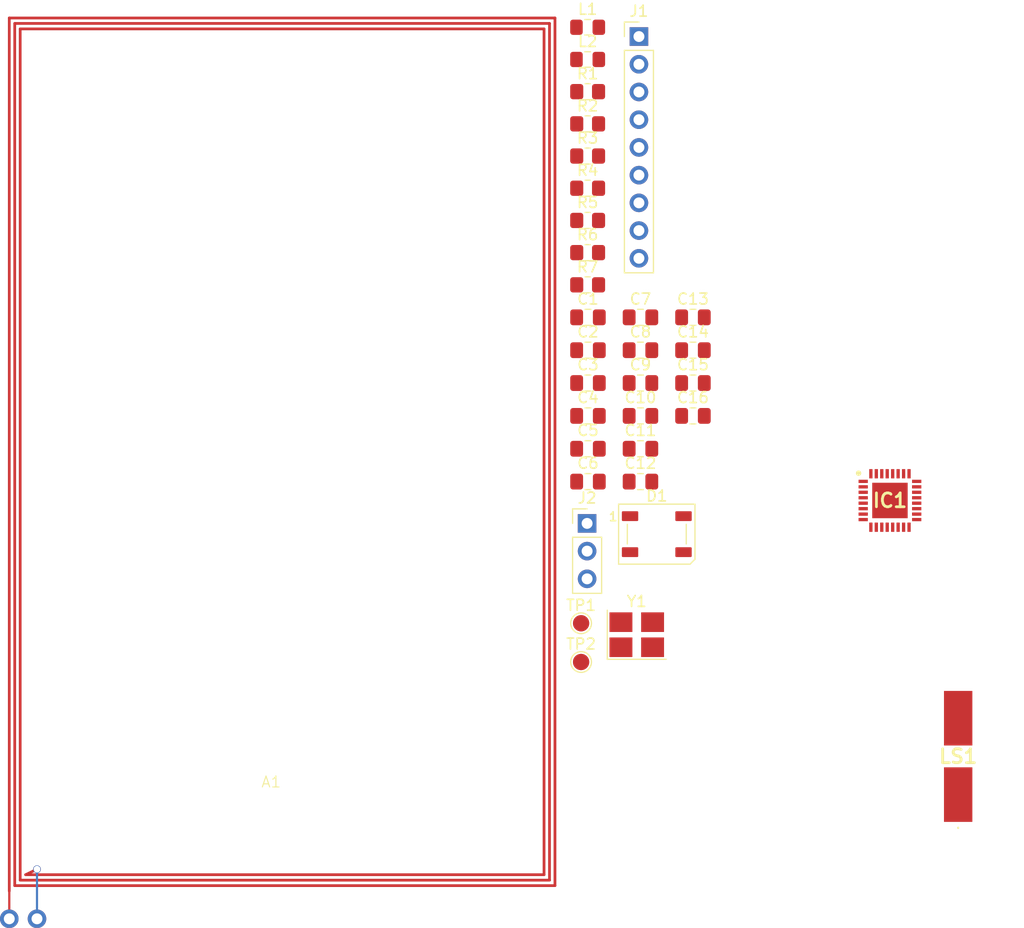
<source format=kicad_pcb>
(kicad_pcb (version 20241229) (generator "pcbnew") (generator_version "9.0")
  (layers (0 "F.Cu" signal) (2 "B.Cu" signal) (13 "F.Paste" user) (15 "B.Paste" user) (5 "F.SilkS" user "F.Silkscreen") (7 "B.SilkS" user "B.Silkscreen") (1 "F.Mask" user) (3 "B.Mask" user) (25 "Edge.Cuts" user))
  (net 0 "")
  (net 14 "Net-(A1-Pad1)")
  (net 15 "Net-(A1-Pad2)")
  (net 16 "GND")
  (net 17 "Net-(C1-Pad1)")
  (net 18 "Net-(C2-Pad2)")
  (net 19 "Net-(C3-Pad2)")
  (net 20 "Net-(C4-Pad2)")
  (net 21 "Net-(C7-Pad2)")
  (net 22 "Net-(IC1-DVDD)")
  (net 23 "Net-(IC1-AVDD)")
  (net 24 "XTAL1")
  (net 25 "+5V")
  (net 26 "+3.3V")
  (net 27 "XTAL2")
  (net 28 "Net-(IC1-RXN)")
  (net 29 "Net-(C15-Pad2)")
  (net 30 "Net-(IC1-RXP)")
  (net 31 "Net-(C16-Pad2)")
  (net 32 "LED Out")
  (net 33 "LED")
  (net 34 "SCK")
  (net 35 "Net-(IC1-TX2)")
  (net 36 "Net-(IC1-TX1)")
  (net 37 "MOSI")
  (net 38 "MISO")
  (net 39 "Net-(IC1-VMID)")
  (net 40 "CS")
  (net 41 "Beeper")
  (footprint "TestPoint:TestPoint_Pad_D1.5mm" (layer "F.Cu") (at 109.45 88.35)
    (property "Reference" "TP2" (at 0 -1.648 0) (layer "F.SilkS"))
    (property "Value" "TestPoint")
    (fp_circle (center 0 0) (end 0 0.95) (stroke (width 0.12)) (fill no) (layer "F.SilkS"))
    (pad "1" smd circle (at 0 0) (size 1.5 1.5) (layers "F.Cu" "F.Mask") (net 15 "Net-(A1-Pad2)"))
  )
  (footprint "Capacitor_SMD:C_0805_2012Metric_Pad1.18x1.45mm_HandSolder" (layer "F.Cu") (at 119.7 56.77)
    (property "Reference" "C13" (at 0 -1.68 0) (layer "F.SilkS"))
    (property "Value" "100nF")
    (fp_line (start -0.261252 -0.735) (end 0.261252 -0.735) (stroke (width 0.12)) (layer "F.SilkS"))
    (fp_line (start -0.261252 0.735) (end 0.261252 0.735) (stroke (width 0.12)) (layer "F.SilkS"))
    (pad "1" smd roundrect (at -1.0375 0) (size 1.175 1.45) (layers "F.Cu" "F.Mask" "F.Paste") (roundrect_rratio 0.212766) (net 26 "+3.3V"))
    (pad "2" smd roundrect (at 1.0375 0) (size 1.175 1.45) (layers "F.Cu" "F.Mask" "F.Paste") (roundrect_rratio 0.212766) (net 16 "GND"))
  )
  (footprint "Inductor_SMD:L_0805_2012Metric_Pad1.15x1.40mm_HandSolder" (layer "F.Cu") (at 110.05 30.19)
    (property "Reference" "L1" (at 0 -1.65 0) (layer "F.SilkS"))
    (property "Value" "470nH")
    (fp_line (start -0.261252 -0.71) (end 0.261252 -0.71) (stroke (width 0.12)) (layer "F.SilkS"))
    (fp_line (start -0.261252 0.71) (end 0.261252 0.71) (stroke (width 0.12)) (layer "F.SilkS"))
    (pad "1" smd roundrect (at -1.025 0) (size 1.15 1.4) (layers "F.Cu" "F.Mask" "F.Paste") (roundrect_rratio 0.217391) (net 35 "Net-(IC1-TX2)"))
    (pad "2" smd roundrect (at 1.025 0) (size 1.15 1.4) (layers "F.Cu" "F.Mask" "F.Paste") (roundrect_rratio 0.217391) (net 18 "Net-(C2-Pad2)"))
  )
  (footprint "Capacitor_SMD:C_0805_2012Metric_Pad1.18x1.45mm_HandSolder" (layer "F.Cu") (at 119.7 59.78)
    (property "Reference" "C14" (at 0 -1.68 0) (layer "F.SilkS"))
    (property "Value" "10pf")
    (fp_line (start -0.261252 -0.735) (end 0.261252 -0.735) (stroke (width 0.12)) (layer "F.SilkS"))
    (fp_line (start -0.261252 0.735) (end 0.261252 0.735) (stroke (width 0.12)) (layer "F.SilkS"))
    (pad "1" smd roundrect (at -1.0375 0) (size 1.175 1.45) (layers "F.Cu" "F.Mask" "F.Paste") (roundrect_rratio 0.212766) (net 16 "GND"))
    (pad "2" smd roundrect (at 1.0375 0) (size 1.175 1.45) (layers "F.Cu" "F.Mask" "F.Paste") (roundrect_rratio 0.212766) (net 27 "XTAL2"))
  )
  (footprint "Capacitor_SMD:C_0805_2012Metric_Pad1.18x1.45mm_HandSolder" (layer "F.Cu") (at 114.89 59.78)
    (property "Reference" "C8" (at 0 -1.68 0) (layer "F.SilkS"))
    (property "Value" "470nF")
    (fp_line (start -0.261252 -0.735) (end 0.261252 -0.735) (stroke (width 0.12)) (layer "F.SilkS"))
    (fp_line (start -0.261252 0.735) (end 0.261252 0.735) (stroke (width 0.12)) (layer "F.SilkS"))
    (pad "1" smd roundrect (at -1.0375 0) (size 1.175 1.45) (layers "F.Cu" "F.Mask" "F.Paste") (roundrect_rratio 0.212766) (net 16 "GND"))
    (pad "2" smd roundrect (at 1.0375 0) (size 1.175 1.45) (layers "F.Cu" "F.Mask" "F.Paste") (roundrect_rratio 0.212766) (net 22 "Net-(IC1-DVDD)"))
  )
  (footprint "Connector_PinHeader_2.54mm:PinHeader_1x03_P2.54mm_Vertical" (layer "F.Cu") (at 110 75.65)
    (property "Reference" "J2" (at 0 -2.33 0) (layer "F.SilkS"))
    (property "Value" "LED Out")
    (fp_line (start -1.33 -1.33) (end 0 -1.33) (stroke (width 0.12)) (layer "F.SilkS"))
    (fp_line (start -1.33 0) (end -1.33 -1.33) (stroke (width 0.12)) (layer "F.SilkS"))
    (fp_line (start -1.33 1.27) (end -1.33 6.41) (stroke (width 0.12)) (layer "F.SilkS"))
    (fp_line (start -1.33 1.27) (end 1.33 1.27) (stroke (width 0.12)) (layer "F.SilkS"))
    (fp_line (start -1.33 6.41) (end 1.33 6.41) (stroke (width 0.12)) (layer "F.SilkS"))
    (fp_line (start 1.33 1.27) (end 1.33 6.41) (stroke (width 0.12)) (layer "F.SilkS"))
    (pad "1" thru_hole rect (at 0 0) (size 1.7 1.7) (drill 1) (layers "*.Cu" "*.Mask") (net 25 "+5V"))
    (pad "2" thru_hole oval (at 0 2.54) (size 1.7 1.7) (drill 1) (layers "*.Cu" "*.Mask") (net 32 "LED Out"))
    (pad "3" thru_hole oval (at 0 5.08) (size 1.7 1.7) (drill 1) (layers "*.Cu" "*.Mask") (net 16 "GND"))
  )
  (footprint "Capacitor_SMD:C_0805_2012Metric_Pad1.18x1.45mm_HandSolder" (layer "F.Cu") (at 110.08 65.8)
    (property "Reference" "C4" (at 0 -1.68 0) (layer "F.SilkS"))
    (property "Value" "34.7pf")
    (fp_line (start -0.261252 -0.735) (end 0.261252 -0.735) (stroke (width 0.12)) (layer "F.SilkS"))
    (fp_line (start -0.261252 0.735) (end 0.261252 0.735) (stroke (width 0.12)) (layer "F.SilkS"))
    (pad "1" smd roundrect (at -1.0375 0) (size 1.175 1.45) (layers "F.Cu" "F.Mask" "F.Paste") (roundrect_rratio 0.212766) (net 18 "Net-(C2-Pad2)"))
    (pad "2" smd roundrect (at 1.0375 0) (size 1.175 1.45) (layers "F.Cu" "F.Mask" "F.Paste") (roundrect_rratio 0.212766) (net 20 "Net-(C4-Pad2)"))
  )
  (footprint "Capacitor_SMD:C_0805_2012Metric_Pad1.18x1.45mm_HandSolder" (layer "F.Cu") (at 114.89 71.82)
    (property "Reference" "C12" (at 0 -1.68 0) (layer "F.SilkS"))
    (property "Value" "1uF")
    (fp_line (start -0.261252 -0.735) (end 0.261252 -0.735) (stroke (width 0.12)) (layer "F.SilkS"))
    (fp_line (start -0.261252 0.735) (end 0.261252 0.735) (stroke (width 0.12)) (layer "F.SilkS"))
    (pad "1" smd roundrect (at -1.0375 0) (size 1.175 1.45) (layers "F.Cu" "F.Mask" "F.Paste") (roundrect_rratio 0.212766) (net 16 "GND"))
    (pad "2" smd roundrect (at 1.0375 0) (size 1.175 1.45) (layers "F.Cu" "F.Mask" "F.Paste") (roundrect_rratio 0.212766) (net 25 "+5V"))
  )
  (footprint "Capacitor_SMD:C_0805_2012Metric_Pad1.18x1.45mm_HandSolder" (layer "F.Cu") (at 119.7 62.79)
    (property "Reference" "C15" (at 0 -1.68 0) (layer "F.SilkS"))
    (property "Value" "1nF")
    (fp_line (start -0.261252 -0.735) (end 0.261252 -0.735) (stroke (width 0.12)) (layer "F.SilkS"))
    (fp_line (start -0.261252 0.735) (end 0.261252 0.735) (stroke (width 0.12)) (layer "F.SilkS"))
    (pad "1" smd roundrect (at -1.0375 0) (size 1.175 1.45) (layers "F.Cu" "F.Mask" "F.Paste") (roundrect_rratio 0.212766) (net 28 "Net-(IC1-RXN)"))
    (pad "2" smd roundrect (at 1.0375 0) (size 1.175 1.45) (layers "F.Cu" "F.Mask" "F.Paste") (roundrect_rratio 0.212766) (net 29 "Net-(C15-Pad2)"))
  )
  (footprint "CLRC663:CMT1075SMTTR" (layer "F.Cu") (at 144 97)
    (property "Reference" "LS1" (at 0 0 0) (layer "F.SilkS") (effects (font (size 1.27 1.27) (thickness 0.254))))
    (property "Value" "CMT-1075-SMT-TR" (hide yes))
    (fp_line (start 0 6.5) (end 0 6.5) (stroke (width 0.1)) (layer "F.SilkS"))
    (fp_line (start 0 6.6) (end 0 6.6) (stroke (width 0.1)) (layer "F.SilkS"))
    (fp_arc (start 0 6.5) (mid 0.05 6.55) (end 0 6.6) (stroke (width 0.1)) (layer "F.SilkS"))
    (fp_arc (start 0 6.6) (mid -0.05 6.55) (end 0 6.5) (stroke (width 0.1)) (layer "F.SilkS"))
    (pad "1" smd rect (at 0 3.5) (size 2.6 5) (layers "F.Cu" "F.Mask" "F.Paste") (net 41 "Beeper"))
    (pad "2" smd rect (at 0 -3.5) (size 2.6 5) (layers "F.Cu" "F.Mask" "F.Paste") (net 16 "GND"))
  )
  (footprint "Resistor_SMD:R_0805_2012Metric_Pad1.20x1.40mm_HandSolder" (layer "F.Cu") (at 110.05 50.84)
    (property "Reference" "R6" (at 0 -1.65 0) (layer "F.SilkS"))
    (property "Value" "1k")
    (fp_line (start -0.227064 -0.735) (end 0.227064 -0.735) (stroke (width 0.12)) (layer "F.SilkS"))
    (fp_line (start -0.227064 0.735) (end 0.227064 0.735) (stroke (width 0.12)) (layer "F.SilkS"))
    (pad "1" smd roundrect (at -1 0) (size 1.2 1.4) (layers "F.Cu" "F.Mask" "F.Paste") (roundrect_rratio 0.208333) (net 30 "Net-(IC1-RXP)"))
    (pad "2" smd roundrect (at 1 0) (size 1.2 1.4) (layers "F.Cu" "F.Mask" "F.Paste") (roundrect_rratio 0.208333) (net 39 "Net-(IC1-VMID)"))
  )
  (footprint "Resistor_SMD:R_0805_2012Metric_Pad1.20x1.40mm_HandSolder" (layer "F.Cu") (at 110.05 44.94)
    (property "Reference" "R4" (at 0 -1.65 0) (layer "F.SilkS"))
    (property "Value" "1k")
    (fp_line (start -0.227064 -0.735) (end 0.227064 -0.735) (stroke (width 0.12)) (layer "F.SilkS"))
    (fp_line (start -0.227064 0.735) (end 0.227064 0.735) (stroke (width 0.12)) (layer "F.SilkS"))
    (pad "1" smd roundrect (at -1 0) (size 1.2 1.4) (layers "F.Cu" "F.Mask" "F.Paste") (roundrect_rratio 0.208333) (net 28 "Net-(IC1-RXN)"))
    (pad "2" smd roundrect (at 1 0) (size 1.2 1.4) (layers "F.Cu" "F.Mask" "F.Paste") (roundrect_rratio 0.208333) (net 39 "Net-(IC1-VMID)"))
  )
  (footprint "Resistor_SMD:R_0805_2012Metric_Pad1.20x1.40mm_HandSolder" (layer "F.Cu") (at 110.05 41.99)
    (property "Reference" "R3" (at 0 -1.65 0) (layer "F.SilkS"))
    (property "Value" "2.224")
    (fp_line (start -0.227064 -0.735) (end 0.227064 -0.735) (stroke (width 0.12)) (layer "F.SilkS"))
    (fp_line (start -0.227064 0.735) (end 0.227064 0.735) (stroke (width 0.12)) (layer "F.SilkS"))
    (pad "1" smd roundrect (at -1 0) (size 1.2 1.4) (layers "F.Cu" "F.Mask" "F.Paste") (roundrect_rratio 0.208333) (net 21 "Net-(C7-Pad2)"))
    (pad "2" smd roundrect (at 1 0) (size 1.2 1.4) (layers "F.Cu" "F.Mask" "F.Paste") (roundrect_rratio 0.208333) (net 14 "Net-(A1-Pad1)"))
  )
  (footprint "Capacitor_SMD:C_0805_2012Metric_Pad1.18x1.45mm_HandSolder" (layer "F.Cu") (at 110.08 59.78)
    (property "Reference" "C2" (at 0 -1.68 0) (layer "F.SilkS"))
    (property "Value" "122.2pf")
    (fp_line (start -0.261252 -0.735) (end 0.261252 -0.735) (stroke (width 0.12)) (layer "F.SilkS"))
    (fp_line (start -0.261252 0.735) (end 0.261252 0.735) (stroke (width 0.12)) (layer "F.SilkS"))
    (pad "1" smd roundrect (at -1.0375 0) (size 1.175 1.45) (layers "F.Cu" "F.Mask" "F.Paste") (roundrect_rratio 0.212766) (net 16 "GND"))
    (pad "2" smd roundrect (at 1.0375 0) (size 1.175 1.45) (layers "F.Cu" "F.Mask" "F.Paste") (roundrect_rratio 0.212766) (net 18 "Net-(C2-Pad2)"))
  )
  (footprint "Capacitor_SMD:C_0805_2012Metric_Pad1.18x1.45mm_HandSolder" (layer "F.Cu") (at 119.7 65.8)
    (property "Reference" "C16" (at 0 -1.68 0) (layer "F.SilkS"))
    (property "Value" "1nF")
    (fp_line (start -0.261252 -0.735) (end 0.261252 -0.735) (stroke (width 0.12)) (layer "F.SilkS"))
    (fp_line (start -0.261252 0.735) (end 0.261252 0.735) (stroke (width 0.12)) (layer "F.SilkS"))
    (pad "1" smd roundrect (at -1.0375 0) (size 1.175 1.45) (layers "F.Cu" "F.Mask" "F.Paste") (roundrect_rratio 0.212766) (net 30 "Net-(IC1-RXP)"))
    (pad "2" smd roundrect (at 1.0375 0) (size 1.175 1.45) (layers "F.Cu" "F.Mask" "F.Paste") (roundrect_rratio 0.212766) (net 31 "Net-(C16-Pad2)"))
  )
  (footprint "LED_SMD:LED_WS2812B_PLCC4_5.0x5.0mm_P3.2mm" (layer "F.Cu") (at 116.385 76.635)
    (property "Reference" "D1" (at 0 -3.5 0) (layer "F.SilkS"))
    (property "Value" "WS2812B")
    (fp_line (start -3.5 -2.75) (end -3.5 2.75) (stroke (width 0.12)) (layer "F.SilkS"))
    (fp_line (start -3.5 -2.75) (end 3.5 -2.75) (stroke (width 0.12)) (layer "F.SilkS"))
    (fp_line (start -3.5 2.75) (end 3.05 2.75) (stroke (width 0.12)) (layer "F.SilkS"))
    (fp_line (start -2.7 0.9) (end -2.7 -0.9) (stroke (width 0.12)) (layer "F.SilkS"))
    (fp_line (start 2.7 0.9) (end 2.7 -0.9) (stroke (width 0.12)) (layer "F.SilkS"))
    (fp_line (start 3.05 2.75) (end 3.5 2.3) (stroke (width 0.12)) (layer "F.SilkS"))
    (fp_line (start 3.5 2.3) (end 3.5 -2.75) (stroke (width 0.12)) (layer "F.SilkS"))
    (fp_text user "1" (at -4 -1.6 0) (layer "F.SilkS") (effects (font (size 0.8 0.8))))
    (pad "1" smd roundrect (at -2.45 -1.65) (size 1.5 0.9) (layers "F.Cu" "F.Mask" "F.Paste") (roundrect_rratio 0.1) (net 25 "+5V"))
    (pad "2" smd roundrect (at -2.45 1.65) (size 1.5 0.9) (layers "F.Cu" "F.Mask" "F.Paste") (roundrect_rratio 0.1) (net 32 "LED Out"))
    (pad "3" smd roundrect (at 2.45 1.65) (size 1.5 0.9) (layers "F.Cu" "F.Mask" "F.Paste") (roundrect_rratio 0.1) (net 16 "GND"))
    (pad "4" smd roundrect (at 2.45 -1.65) (size 1.5 0.9) (layers "F.Cu" "F.Mask" "F.Paste") (roundrect_rratio 0.1) (net 33 "LED"))
  )
  (footprint "Capacitor_SMD:C_0805_2012Metric_Pad1.18x1.45mm_HandSolder" (layer "F.Cu") (at 114.89 62.79)
    (property "Reference" "C9" (at 0 -1.68 0) (layer "F.SilkS"))
    (property "Value" "470nF")
    (fp_line (start -0.261252 -0.735) (end 0.261252 -0.735) (stroke (width 0.12)) (layer "F.SilkS"))
    (fp_line (start -0.261252 0.735) (end 0.261252 0.735) (stroke (width 0.12)) (layer "F.SilkS"))
    (pad "1" smd roundrect (at -1.0375 0) (size 1.175 1.45) (layers "F.Cu" "F.Mask" "F.Paste") (roundrect_rratio 0.212766) (net 23 "Net-(IC1-AVDD)"))
    (pad "2" smd roundrect (at 1.0375 0) (size 1.175 1.45) (layers "F.Cu" "F.Mask" "F.Paste") (roundrect_rratio 0.212766) (net 16 "GND"))
  )
  (footprint "Capacitor_SMD:C_0805_2012Metric_Pad1.18x1.45mm_HandSolder" (layer "F.Cu") (at 114.89 56.77)
    (property "Reference" "C7" (at 0 -1.68 0) (layer "F.SilkS"))
    (property "Value" "2.1pf")
    (fp_line (start -0.261252 -0.735) (end 0.261252 -0.735) (stroke (width 0.12)) (layer "F.SilkS"))
    (fp_line (start -0.261252 0.735) (end 0.261252 0.735) (stroke (width 0.12)) (layer "F.SilkS"))
    (pad "1" smd roundrect (at -1.0375 0) (size 1.175 1.45) (layers "F.Cu" "F.Mask" "F.Paste") (roundrect_rratio 0.212766) (net 15 "Net-(A1-Pad2)"))
    (pad "2" smd roundrect (at 1.0375 0) (size 1.175 1.45) (layers "F.Cu" "F.Mask" "F.Paste") (roundrect_rratio 0.212766) (net 21 "Net-(C7-Pad2)"))
  )
  (footprint "Capacitor_SMD:C_0805_2012Metric_Pad1.18x1.45mm_HandSolder" (layer "F.Cu") (at 110.08 68.81)
    (property "Reference" "C5" (at 0 -1.68 0) (layer "F.SilkS"))
    (property "Value" "108.7pf")
    (fp_line (start -0.261252 -0.735) (end 0.261252 -0.735) (stroke (width 0.12)) (layer "F.SilkS"))
    (fp_line (start -0.261252 0.735) (end 0.261252 0.735) (stroke (width 0.12)) (layer "F.SilkS"))
    (pad "1" smd roundrect (at -1.0375 0) (size 1.175 1.45) (layers "F.Cu" "F.Mask" "F.Paste") (roundrect_rratio 0.212766) (net 16 "GND"))
    (pad "2" smd roundrect (at 1.0375 0) (size 1.175 1.45) (layers "F.Cu" "F.Mask" "F.Paste") (roundrect_rratio 0.212766) (net 19 "Net-(C3-Pad2)"))
  )
  (footprint "Resistor_SMD:R_0805_2012Metric_Pad1.20x1.40mm_HandSolder" (layer "F.Cu") (at 110.05 53.79)
    (property "Reference" "R7" (at 0 -1.65 0) (layer "F.SilkS"))
    (property "Value" "12k")
    (fp_line (start -0.227064 -0.735) (end 0.227064 -0.735) (stroke (width 0.12)) (layer "F.SilkS"))
    (fp_line (start -0.227064 0.735) (end 0.227064 0.735) (stroke (width 0.12)) (layer "F.SilkS"))
    (pad "1" smd roundrect (at -1 0) (size 1.2 1.4) (layers "F.Cu" "F.Mask" "F.Paste") (roundrect_rratio 0.208333) (net 31 "Net-(C16-Pad2)"))
    (pad "2" smd roundrect (at 1 0) (size 1.2 1.4) (layers "F.Cu" "F.Mask" "F.Paste") (roundrect_rratio 0.208333) (net 18 "Net-(C2-Pad2)"))
  )
  (footprint "Resistor_SMD:R_0805_2012Metric_Pad1.20x1.40mm_HandSolder" (layer "F.Cu") (at 110.05 47.89)
    (property "Reference" "R5" (at 0 -1.65 0) (layer "F.SilkS"))
    (property "Value" "12k")
    (fp_line (start -0.227064 -0.735) (end 0.227064 -0.735) (stroke (width 0.12)) (layer "F.SilkS"))
    (fp_line (start -0.227064 0.735) (end 0.227064 0.735) (stroke (width 0.12)) (layer "F.SilkS"))
    (pad "1" smd roundrect (at -1 0) (size 1.2 1.4) (layers "F.Cu" "F.Mask" "F.Paste") (roundrect_rratio 0.208333) (net 29 "Net-(C15-Pad2)"))
    (pad "2" smd roundrect (at 1 0) (size 1.2 1.4) (layers "F.Cu" "F.Mask" "F.Paste") (roundrect_rratio 0.208333) (net 17 "Net-(C1-Pad1)"))
  )
  (footprint "TestPoint:TestPoint_Pad_D1.5mm" (layer "F.Cu") (at 109.45 84.8)
    (property "Reference" "TP1" (at 0 -1.648 0) (layer "F.SilkS"))
    (property "Value" "TestPoint")
    (fp_circle (center 0 0) (end 0 0.95) (stroke (width 0.12)) (fill no) (layer "F.SilkS"))
    (pad "1" smd circle (at 0 0) (size 1.5 1.5) (layers "F.Cu" "F.Mask") (net 14 "Net-(A1-Pad1)"))
  )
  (footprint "Inductor_SMD:L_0805_2012Metric_Pad1.15x1.40mm_HandSolder" (layer "F.Cu") (at 110.05 33.14)
    (property "Reference" "L2" (at 0 -1.65 0) (layer "F.SilkS"))
    (property "Value" "470nH")
    (fp_line (start -0.261252 -0.71) (end 0.261252 -0.71) (stroke (width 0.12)) (layer "F.SilkS"))
    (fp_line (start -0.261252 0.71) (end 0.261252 0.71) (stroke (width 0.12)) (layer "F.SilkS"))
    (pad "1" smd roundrect (at -1.025 0) (size 1.15 1.4) (layers "F.Cu" "F.Mask" "F.Paste") (roundrect_rratio 0.217391) (net 36 "Net-(IC1-TX1)"))
    (pad "2" smd roundrect (at 1.025 0) (size 1.15 1.4) (layers "F.Cu" "F.Mask" "F.Paste") (roundrect_rratio 0.217391) (net 17 "Net-(C1-Pad1)"))
  )
  (footprint "Crystal:Crystal_SMD_3225-4Pin_3.2x2.5mm_HandSoldering" (layer "F.Cu") (at 114.55 85.85)
    (property "Reference" "Y1" (at 0 -3.05 0) (layer "F.SilkS"))
    (property "Value" "27.12MHz")
    (fp_line (start -2.7 -2.25) (end -2.7 2.25) (stroke (width 0.12)) (layer "F.SilkS"))
    (fp_line (start -2.7 2.25) (end 2.7 2.25) (stroke (width 0.12)) (layer "F.SilkS"))
    (pad "1" smd rect (at -1.45 1.15) (size 2.1 1.8) (layers "F.Cu" "F.Mask" "F.Paste") (net 24 "XTAL1"))
    (pad "2" smd rect (at 1.45 1.15) (size 2.1 1.8) (layers "F.Cu" "F.Mask" "F.Paste") (net 27 "XTAL2"))
    (pad "3" smd rect (at 1.45 -1.15) (size 2.1 1.8) (layers "F.Cu" "F.Mask" "F.Paste"))
    (pad "4" smd rect (at -1.45 -1.15) (size 2.1 1.8) (layers "F.Cu" "F.Mask" "F.Paste"))
  )
  (footprint "Capacitor_SMD:C_0805_2012Metric_Pad1.18x1.45mm_HandSolder" (layer "F.Cu") (at 110.08 71.82)
    (property "Reference" "C6" (at 0 -1.68 0) (layer "F.SilkS"))
    (property "Value" "108.7pf")
    (fp_line (start -0.261252 -0.735) (end 0.261252 -0.735) (stroke (width 0.12)) (layer "F.SilkS"))
    (fp_line (start -0.261252 0.735) (end 0.261252 0.735) (stroke (width 0.12)) (layer "F.SilkS"))
    (pad "1" smd roundrect (at -1.0375 0) (size 1.175 1.45) (layers "F.Cu" "F.Mask" "F.Paste") (roundrect_rratio 0.212766) (net 20 "Net-(C4-Pad2)"))
    (pad "2" smd roundrect (at 1.0375 0) (size 1.175 1.45) (layers "F.Cu" "F.Mask" "F.Paste") (roundrect_rratio 0.212766) (net 16 "GND"))
  )
  (footprint "Resistor_SMD:R_0805_2012Metric_Pad1.20x1.40mm_HandSolder" (layer "F.Cu") (at 110.05 39.04)
    (property "Reference" "R2" (at 0 -1.65 0) (layer "F.SilkS"))
    (property "Value" "1.03")
    (fp_line (start -0.227064 -0.735) (end 0.227064 -0.735) (stroke (width 0.12)) (layer "F.SilkS"))
    (fp_line (start -0.227064 0.735) (end 0.227064 0.735) (stroke (width 0.12)) (layer "F.SilkS"))
    (pad "1" smd roundrect (at -1 0) (size 1.2 1.4) (layers "F.Cu" "F.Mask" "F.Paste") (roundrect_rratio 0.208333) (net 20 "Net-(C4-Pad2)"))
    (pad "2" smd roundrect (at 1 0) (size 1.2 1.4) (layers "F.Cu" "F.Mask" "F.Paste") (roundrect_rratio 0.208333) (net 15 "Net-(A1-Pad2)"))
  )
  (footprint "Heimdall:Anetnna_50x80" (layer "F.Cu") (at 57.055 109.34)
    (property "Reference" "A1" (at 24 -10 0) (layer "F.SilkS") (effects (font (thickness 0.1))))
    (property "Value" "~")
    (fp_line (start 0 -80) (end 50 -80) (stroke (width 0.25)) (layer "F.Cu"))
    (fp_line (start 0 0) (end 0 -80) (stroke (width 0.25)) (layer "F.Cu"))
    (fp_line (start 0 0) (end 0 2.54) (stroke (width 0.2)) (layer "F.Cu"))
    (fp_line (start 0.5 -79.5) (end 49.5 -79.5) (stroke (width 0.25)) (layer "F.Cu"))
    (fp_line (start 0.5 -0.5) (end 0.5 -79.5) (stroke (width 0.25)) (layer "F.Cu"))
    (fp_line (start 1 -79) (end 49 -79) (stroke (width 0.25)) (layer "F.Cu"))
    (fp_line (start 1 -1) (end 1 -79) (stroke (width 0.25)) (layer "F.Cu"))
    (fp_line (start 2.54 -2) (end 1.5 -1.5) (stroke (width 0.25)) (layer "F.Cu"))
    (fp_line (start 49 -79) (end 49 -1.5) (stroke (width 0.25)) (layer "F.Cu"))
    (fp_line (start 49 -1.5) (end 1.5 -1.5) (stroke (width 0.25)) (layer "F.Cu"))
    (fp_line (start 49.5 -79.5) (end 49.5 -1) (stroke (width 0.25)) (layer "F.Cu"))
    (fp_line (start 49.5 -1) (end 1 -1) (stroke (width 0.25)) (layer "F.Cu"))
    (fp_line (start 50 -80) (end 50 -0.5) (stroke (width 0.25)) (layer "F.Cu"))
    (fp_line (start 50 -0.5) (end 0.5 -0.5) (stroke (width 0.25)) (layer "F.Cu"))
    (fp_line (start 2.54 -2) (end 2.54 2.54) (stroke (width 0.2)) (layer "B.Cu"))
    (pad "1" thru_hole oval (at 0 2.54) (size 1.7 1.7) (drill 1) (layers "*.Cu" "*.Mask") (net 14 "Net-(A1-Pad1)"))
    (pad "1" thru_hole oval (at 2.54 2.54) (size 1.7 1.7) (drill 1) (layers "*.Cu" "*.Mask") (net 14 "Net-(A1-Pad1)"))
    (pad "2" thru_hole oval (at 2.54 -2) (size 0.7 0.7) (drill 0.6) (layers "*.Cu" "*.Mask") (net 15 "Net-(A1-Pad2)"))
  )
  (footprint "Capacitor_SMD:C_0805_2012Metric_Pad1.18x1.45mm_HandSolder" (layer "F.Cu") (at 110.08 56.77)
    (property "Reference" "C1" (at 0 -1.68 0) (layer "F.SilkS"))
    (property "Value" "122.2pf")
    (fp_line (start -0.261252 -0.735) (end 0.261252 -0.735) (stroke (width 0.12)) (layer "F.SilkS"))
    (fp_line (start -0.261252 0.735) (end 0.261252 0.735) (stroke (width 0.12)) (layer "F.SilkS"))
    (pad "1" smd roundrect (at -1.0375 0) (size 1.175 1.45) (layers "F.Cu" "F.Mask" "F.Paste") (roundrect_rratio 0.212766) (net 17 "Net-(C1-Pad1)"))
    (pad "2" smd roundrect (at 1.0375 0) (size 1.175 1.45) (layers "F.Cu" "F.Mask" "F.Paste") (roundrect_rratio 0.212766) (net 16 "GND"))
  )
  (footprint "Capacitor_SMD:C_0805_2012Metric_Pad1.18x1.45mm_HandSolder" (layer "F.Cu") (at 110.08 62.79)
    (property "Reference" "C3" (at 0 -1.68 0) (layer "F.SilkS"))
    (property "Value" "34.7pf")
    (fp_line (start -0.261252 -0.735) (end 0.261252 -0.735) (stroke (width 0.12)) (layer "F.SilkS"))
    (fp_line (start -0.261252 0.735) (end 0.261252 0.735) (stroke (width 0.12)) (layer "F.SilkS"))
    (pad "1" smd roundrect (at -1.0375 0) (size 1.175 1.45) (layers "F.Cu" "F.Mask" "F.Paste") (roundrect_rratio 0.212766) (net 17 "Net-(C1-Pad1)"))
    (pad "2" smd roundrect (at 1.0375 0) (size 1.175 1.45) (layers "F.Cu" "F.Mask" "F.Paste") (roundrect_rratio 0.212766) (net 19 "Net-(C3-Pad2)"))
  )
  (footprint "Capacitor_SMD:C_0805_2012Metric_Pad1.18x1.45mm_HandSolder" (layer "F.Cu") (at 114.89 65.8)
    (property "Reference" "C10" (at 0 -1.68 0) (layer "F.SilkS"))
    (property "Value" "10pf")
    (fp_line (start -0.261252 -0.735) (end 0.261252 -0.735) (stroke (width 0.12)) (layer "F.SilkS"))
    (fp_line (start -0.261252 0.735) (end 0.261252 0.735) (stroke (width 0.12)) (layer "F.SilkS"))
    (pad "1" smd roundrect (at -1.0375 0) (size 1.175 1.45) (layers "F.Cu" "F.Mask" "F.Paste") (roundrect_rratio 0.212766) (net 24 "XTAL1"))
    (pad "2" smd roundrect (at 1.0375 0) (size 1.175 1.45) (layers "F.Cu" "F.Mask" "F.Paste") (roundrect_rratio 0.212766) (net 16 "GND"))
  )
  (footprint "Capacitor_SMD:C_0805_2012Metric_Pad1.18x1.45mm_HandSolder" (layer "F.Cu") (at 114.89 68.81)
    (property "Reference" "C11" (at 0 -1.68 0) (layer "F.SilkS"))
    (property "Value" "100nF")
    (fp_line (start -0.261252 -0.735) (end 0.261252 -0.735) (stroke (width 0.12)) (layer "F.SilkS"))
    (fp_line (start -0.261252 0.735) (end 0.261252 0.735) (stroke (width 0.12)) (layer "F.SilkS"))
    (pad "1" smd roundrect (at -1.0375 0) (size 1.175 1.45) (layers "F.Cu" "F.Mask" "F.Paste") (roundrect_rratio 0.212766) (net 25 "+5V"))
    (pad "2" smd roundrect (at 1.0375 0) (size 1.175 1.45) (layers "F.Cu" "F.Mask" "F.Paste") (roundrect_rratio 0.212766) (net 16 "GND"))
  )
  (footprint "Resistor_SMD:R_0805_2012Metric_Pad1.20x1.40mm_HandSolder" (layer "F.Cu") (at 110.05 36.09)
    (property "Reference" "R1" (at 0 -1.65 0) (layer "F.SilkS"))
    (property "Value" "1.03")
    (fp_line (start -0.227064 -0.735) (end 0.227064 -0.735) (stroke (width 0.12)) (layer "F.SilkS"))
    (fp_line (start -0.227064 0.735) (end 0.227064 0.735) (stroke (width 0.12)) (layer "F.SilkS"))
    (pad "1" smd roundrect (at -1 0) (size 1.2 1.4) (layers "F.Cu" "F.Mask" "F.Paste") (roundrect_rratio 0.208333) (net 19 "Net-(C3-Pad2)"))
    (pad "2" smd roundrect (at 1 0) (size 1.2 1.4) (layers "F.Cu" "F.Mask" "F.Paste") (roundrect_rratio 0.208333) (net 21 "Net-(C7-Pad2)"))
  )
  (footprint "Connector_PinHeader_2.54mm:PinHeader_1x09_P2.54mm_Vertical" (layer "F.Cu") (at 114.75 31.04)
    (property "Reference" "J1" (at 0 -2.33 0) (layer "F.SilkS"))
    (property "Value" "Motherboard")
    (fp_line (start -1.33 -1.33) (end 0 -1.33) (stroke (width 0.12)) (layer "F.SilkS"))
    (fp_line (start -1.33 0) (end -1.33 -1.33) (stroke (width 0.12)) (layer "F.SilkS"))
    (fp_line (start -1.33 1.27) (end -1.33 21.65) (stroke (width 0.12)) (layer "F.SilkS"))
    (fp_line (start -1.33 1.27) (end 1.33 1.27) (stroke (width 0.12)) (layer "F.SilkS"))
    (fp_line (start -1.33 21.65) (end 1.33 21.65) (stroke (width 0.12)) (layer "F.SilkS"))
    (fp_line (start 1.33 1.27) (end 1.33 21.65) (stroke (width 0.12)) (layer "F.SilkS"))
    (pad "1" thru_hole rect (at 0 0) (size 1.7 1.7) (drill 1) (layers "*.Cu" "*.Mask") (net 25 "+5V"))
    (pad "2" thru_hole oval (at 0 2.54) (size 1.7 1.7) (drill 1) (layers "*.Cu" "*.Mask") (net 26 "+3.3V"))
    (pad "3" thru_hole oval (at 0 5.08) (size 1.7 1.7) (drill 1) (layers "*.Cu" "*.Mask") (net 16 "GND"))
    (pad "4" thru_hole oval (at 0 7.62) (size 1.7 1.7) (drill 1) (layers "*.Cu" "*.Mask") (net 40 "CS"))
    (pad "5" thru_hole oval (at 0 10.16) (size 1.7 1.7) (drill 1) (layers "*.Cu" "*.Mask") (net 34 "SCK"))
    (pad "6" thru_hole oval (at 0 12.7) (size 1.7 1.7) (drill 1) (layers "*.Cu" "*.Mask") (net 37 "MOSI"))
    (pad "7" thru_hole oval (at 0 15.24) (size 1.7 1.7) (drill 1) (layers "*.Cu" "*.Mask") (net 38 "MISO"))
    (pad "8" thru_hole oval (at 0 17.78) (size 1.7 1.7) (drill 1) (layers "*.Cu" "*.Mask") (net 33 "LED"))
    (pad "9" thru_hole oval (at 0 20.32) (size 1.7 1.7) (drill 1) (layers "*.Cu" "*.Mask") (net 41 "Beeper"))
  )
  (footprint "CLRC663:QFN50P500X500X100-33N" (layer "F.Cu") (at 137.75 73.55)
    (property "Reference" "IC1" (at 0 0 0) (layer "F.SilkS") (effects (font (size 1.27 1.27) (thickness 0.254))))
    (property "Value" "CLRC66303HNY" (hide yes))
    (fp_circle (center -2.875 -2.5) (end -2.875 -2.375) (stroke (width 0.25)) (fill no) (layer "F.SilkS"))
    (pad "1" smd rect (at -2.45 -1.75 90) (size 0.3 0.85) (layers "F.Cu" "F.Mask" "F.Paste"))
    (pad "2" smd rect (at -2.45 -1.25 90) (size 0.3 0.85) (layers "F.Cu" "F.Mask" "F.Paste"))
    (pad "3" smd rect (at -2.45 -0.75 90) (size 0.3 0.85) (layers "F.Cu" "F.Mask" "F.Paste"))
    (pad "4" smd rect (at -2.45 -0.25 90) (size 0.3 0.85) (layers "F.Cu" "F.Mask" "F.Paste"))
    (pad "5" smd rect (at -2.45 0.25 90) (size 0.3 0.85) (layers "F.Cu" "F.Mask" "F.Paste"))
    (pad "6" smd rect (at -2.45 0.75 90) (size 0.3 0.85) (layers "F.Cu" "F.Mask" "F.Paste"))
    (pad "7" smd rect (at -2.45 1.25 90) (size 0.3 0.85) (layers "F.Cu" "F.Mask" "F.Paste") (net 22 "Net-(IC1-DVDD)"))
    (pad "8" smd rect (at -2.45 1.75 90) (size 0.3 0.85) (layers "F.Cu" "F.Mask" "F.Paste") (net 26 "+3.3V"))
    (pad "9" smd rect (at -1.75 2.45) (size 0.3 0.85) (layers "F.Cu" "F.Mask" "F.Paste") (net 23 "Net-(IC1-AVDD)"))
    (pad "10" smd rect (at -1.25 2.45) (size 0.3 0.85) (layers "F.Cu" "F.Mask" "F.Paste"))
    (pad "11" smd rect (at -0.75 2.45) (size 0.3 0.85) (layers "F.Cu" "F.Mask" "F.Paste"))
    (pad "12" smd rect (at -0.25 2.45) (size 0.3 0.85) (layers "F.Cu" "F.Mask" "F.Paste") (net 30 "Net-(IC1-RXP)"))
    (pad "13" smd rect (at 0.25 2.45) (size 0.3 0.85) (layers "F.Cu" "F.Mask" "F.Paste") (net 28 "Net-(IC1-RXN)"))
    (pad "14" smd rect (at 0.75 2.45) (size 0.3 0.85) (layers "F.Cu" "F.Mask" "F.Paste") (net 39 "Net-(IC1-VMID)"))
    (pad "15" smd rect (at 1.25 2.45) (size 0.3 0.85) (layers "F.Cu" "F.Mask" "F.Paste") (net 35 "Net-(IC1-TX2)"))
    (pad "16" smd rect (at 1.75 2.45) (size 0.3 0.85) (layers "F.Cu" "F.Mask" "F.Paste") (net 16 "GND"))
    (pad "17" smd rect (at 2.45 1.75 90) (size 0.3 0.85) (layers "F.Cu" "F.Mask" "F.Paste") (net 36 "Net-(IC1-TX1)"))
    (pad "18" smd rect (at 2.45 1.25 90) (size 0.3 0.85) (layers "F.Cu" "F.Mask" "F.Paste") (net 25 "+5V"))
    (pad "19" smd rect (at 2.45 0.75 90) (size 0.3 0.85) (layers "F.Cu" "F.Mask" "F.Paste") (net 24 "XTAL1"))
    (pad "20" smd rect (at 2.45 0.25 90) (size 0.3 0.85) (layers "F.Cu" "F.Mask" "F.Paste") (net 27 "XTAL2"))
    (pad "21" smd rect (at 2.45 -0.25 90) (size 0.3 0.85) (layers "F.Cu" "F.Mask" "F.Paste"))
    (pad "22" smd rect (at 2.45 -0.75 90) (size 0.3 0.85) (layers "F.Cu" "F.Mask" "F.Paste"))
    (pad "23" smd rect (at 2.45 -1.25 90) (size 0.3 0.85) (layers "F.Cu" "F.Mask" "F.Paste"))
    (pad "24" smd rect (at 2.45 -1.75 90) (size 0.3 0.85) (layers "F.Cu" "F.Mask" "F.Paste"))
    (pad "25" smd rect (at 1.75 -2.45) (size 0.3 0.85) (layers "F.Cu" "F.Mask" "F.Paste") (net 26 "+3.3V"))
    (pad "26" smd rect (at 1.25 -2.45) (size 0.3 0.85) (layers "F.Cu" "F.Mask" "F.Paste") (net 16 "GND"))
    (pad "27" smd rect (at 0.75 -2.45) (size 0.3 0.85) (layers "F.Cu" "F.Mask" "F.Paste") (net 26 "+3.3V"))
    (pad "28" smd rect (at 0.25 -2.45) (size 0.3 0.85) (layers "F.Cu" "F.Mask" "F.Paste") (net 37 "MOSI"))
    (pad "29" smd rect (at -0.25 -2.45) (size 0.3 0.85) (layers "F.Cu" "F.Mask" "F.Paste") (net 34 "SCK"))
    (pad "30" smd rect (at -0.75 -2.45) (size 0.3 0.85) (layers "F.Cu" "F.Mask" "F.Paste") (net 38 "MISO"))
    (pad "31" smd rect (at -1.25 -2.45) (size 0.3 0.85) (layers "F.Cu" "F.Mask" "F.Paste") (net 40 "CS"))
    (pad "32" smd rect (at -1.75 -2.45) (size 0.3 0.85) (layers "F.Cu" "F.Mask" "F.Paste"))
    (pad "33" smd rect (at 0 0) (size 3.25 3.25) (layers "F.Cu" "F.Mask" "F.Paste") (net 16 "GND"))
  )
)
</source>
